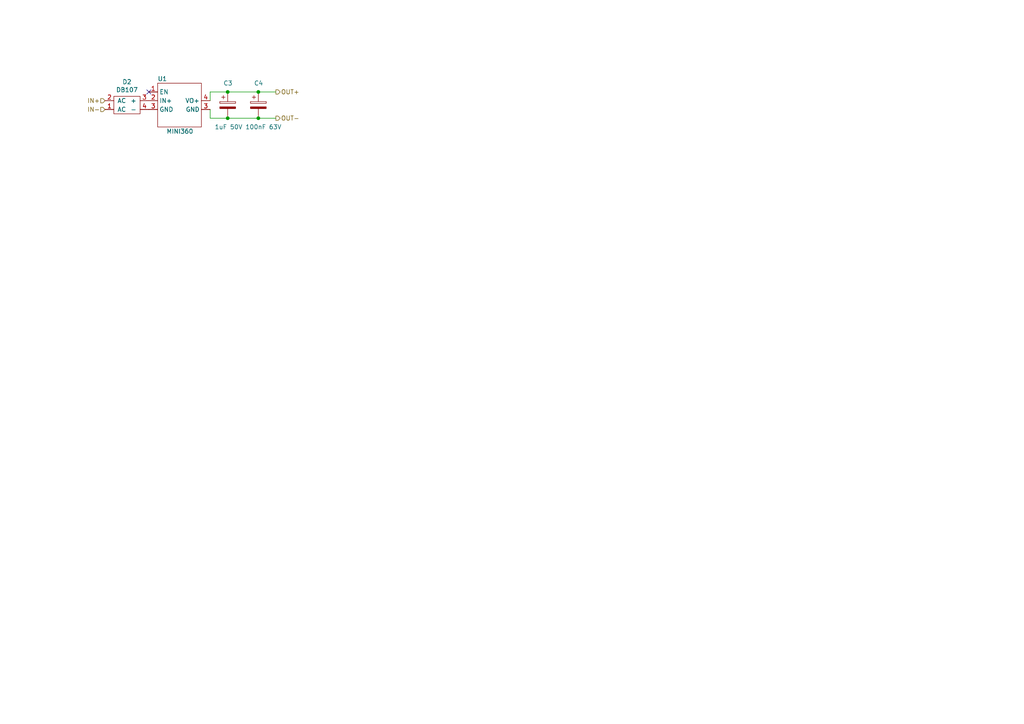
<source format=kicad_sch>
(kicad_sch (version 20210621) (generator eeschema)
  (paper "A4")
  (lib_symbols
    (symbol "Device:C_Polarized" (pin_numbers hide) (pin_names (offset 0.254))
      (property "Reference" "C" (at 0.635 2.54 0))
      (property "Value" "C_Polarized" (at 0.635 -2.54 0))
      (symbol "C_Polarized_0_1"
        (rectangle (start -2.286 0.508) (end 2.286 1.016))
        (rectangle (start 2.286 -0.508) (end -2.286 -1.016) (fill (type outline)))
        (polyline (pts (xy -1.778 2.286) (xy -0.762 2.286)))
        (polyline (pts (xy -1.27 2.794) (xy -1.27 1.778)))
      )
      (symbol "C_Polarized_1_1"
        (pin passive line (at 0 3.81 270) (length 2.794) (name "~") (number "1"))
        (pin passive line (at 0 -3.81 90) (length 2.794) (name "~") (number "2"))
      )
    )
    (symbol "boards:MINI360"
      (property "Reference" "U" (at -1.27 7.62 0))
      (property "Value" "MINI360" (at 0 -7.62 0))
      (symbol "MINI360_0_1"
        (rectangle (start 6.35 -6.35) (end -6.35 6.35) (stroke (width 0.1524)))
      )
      (symbol "MINI360_1_1"
        (pin input line (at -8.89 3.81 0) (length 2.54) (name "EN") (number "1"))
        (pin power_in line (at -8.89 1.27 0) (length 2.54) (name "IN+") (number "2"))
        (pin bidirectional line (at -8.89 -1.27 0) (length 2.54) (name "GND") (number "3"))
        (pin bidirectional line (at 8.89 -1.27 180) (length 2.54) (name "GND") (number "3"))
        (pin power_out line (at 8.89 1.27 180) (length 2.54) (name "VO+") (number "4"))
      )
    )
    (symbol "custom:DB107" (pin_names (offset 1.016))
      (property "Reference" "D" (at -2.54 3.81 0))
      (property "Value" "DB107" (at 0 -3.81 0))
      (symbol "DB107_0_1"
        (rectangle (start -3.81 2.54) (end 3.81 -2.54))
        (rectangle (start 6.35 -1.27) (end 6.35 -1.27))
      )
      (symbol "DB107_1_1"
        (pin power_in line (at -6.35 1.27 0) (length 2.54) (name "AC") (number "1"))
        (pin power_in line (at -6.35 -1.27 0) (length 2.54) (name "AC") (number "2"))
        (pin power_out line (at 6.35 -1.27 180) (length 2.54) (name "+") (number "3"))
        (pin power_out line (at 6.35 1.27 180) (length 2.54) (name "-") (number "4"))
      )
    )
  )
  (junction (at 66.04 26.67) (diameter 0.9144))
  (junction (at 66.04 34.29) (diameter 0.9144))
  (junction (at 74.93 26.67) (diameter 0.9144))
  (junction (at 74.93 34.29) (diameter 0.9144))
  (no_connect (at 43.18 26.67))
  (wire (pts (xy 60.96 26.67) (xy 60.96 29.21)))
  (wire (pts (xy 60.96 26.67) (xy 66.04 26.67)))
  (wire (pts (xy 60.96 31.75) (xy 60.96 34.29)))
  (wire (pts (xy 60.96 34.29) (xy 66.04 34.29)))
  (wire (pts (xy 66.04 26.67) (xy 74.93 26.67)))
  (wire (pts (xy 66.04 34.29) (xy 74.93 34.29)))
  (wire (pts (xy 74.93 26.67) (xy 80.01 26.67)))
  (wire (pts (xy 74.93 34.29) (xy 80.01 34.29)))
  (hierarchical_label "IN+" (shape input) (at 30.48 29.21 180))
  (hierarchical_label "IN-" (shape input) (at 30.48 31.75 180))
  (hierarchical_label "OUT+" (shape output) (at 80.01 26.67 0))
  (hierarchical_label "OUT-" (shape output) (at 80.01 34.29 0))
  (symbol (lib_id "Device:C_Polarized") (at 66.04 30.48 0)
    (property "Reference" "C3" (at 64.77 24.13 0) (effects (justify left)))
    (property "Value" "1uF 50V" (at 62.23 36.83 0) (effects (justify left)))
    (property "Footprint" "Capacitor_THT:CP_Radial_D5.0mm_P2.50mm" (effects hide))
  )
  (symbol (lib_id "Device:C_Polarized") (at 74.93 30.48 0)
    (property "Reference" "C4" (at 73.66 24.13 0) (effects (justify left)))
    (property "Value" "100nF 63V" (at 71.12 36.83 0) (effects (justify left)))
    (property "Footprint" "Capacitor_THT:C_Rect_L7.0mm_W2.0mm_P5.00mm" (effects hide))
  )
  (symbol (lib_id "custom:DB107") (at 36.83 30.48 0) (mirror x)
    (property "Reference" "D2" (at 36.83 23.749 0))
    (property "Value" "DB107" (at 36.83 26.0604 0))
    (property "Footprint" "custom:DB107" (effects hide))
  )
  (symbol (lib_id "boards:MINI360") (at 52.07 30.48 0)
    (property "Reference" "U1" (at 45.72 22.8599 0) (effects (justify left)))
    (property "Value" "MINI360" (at 48.26 38.0999 0) (effects (justify left)))
    (property "Footprint" "boards:MINI360" (effects hide))
  )
)
</source>
